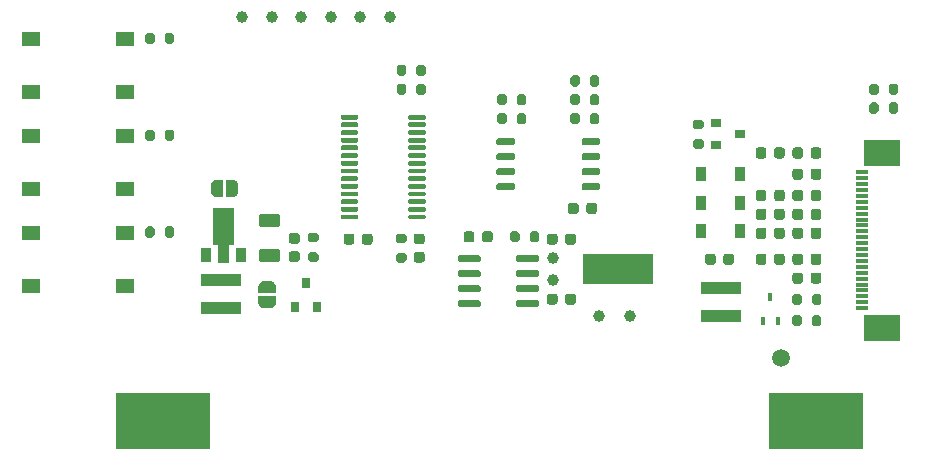
<source format=gbr>
%TF.GenerationSoftware,KiCad,Pcbnew,5.1.9+dfsg1-1~bpo10+1*%
%TF.CreationDate,2021-08-18T21:17:38+08:00*%
%TF.ProjectId,epd-clock,6570642d-636c-46f6-936b-2e6b69636164,rev?*%
%TF.SameCoordinates,Original*%
%TF.FileFunction,Soldermask,Bot*%
%TF.FilePolarity,Negative*%
%FSLAX46Y46*%
G04 Gerber Fmt 4.6, Leading zero omitted, Abs format (unit mm)*
G04 Created by KiCad (PCBNEW 5.1.9+dfsg1-1~bpo10+1) date 2021-08-18 21:17:38*
%MOMM*%
%LPD*%
G01*
G04 APERTURE LIST*
%ADD10C,1.000000*%
%ADD11R,0.450000X0.700000*%
%ADD12R,3.400000X0.980000*%
%ADD13R,1.100000X0.300000*%
%ADD14R,3.100000X2.300000*%
%ADD15C,0.100000*%
%ADD16R,8.000000X4.800000*%
%ADD17C,1.500000*%
%ADD18R,1.550000X1.300000*%
%ADD19R,0.900000X1.200000*%
%ADD20R,0.800000X0.900000*%
%ADD21R,0.900000X0.800000*%
%ADD22R,0.900000X1.300000*%
%ADD23R,6.000000X2.500000*%
G04 APERTURE END LIST*
D10*
%TO.C,TP8*%
X148075000Y-124400000D03*
%TD*%
%TO.C,TP7*%
X145475000Y-124400000D03*
%TD*%
%TO.C,R12*%
G36*
G01*
X129150000Y-104925000D02*
X129150000Y-105475000D01*
G75*
G02*
X128950000Y-105675000I-200000J0D01*
G01*
X128550000Y-105675000D01*
G75*
G02*
X128350000Y-105475000I0J200000D01*
G01*
X128350000Y-104925000D01*
G75*
G02*
X128550000Y-104725000I200000J0D01*
G01*
X128950000Y-104725000D01*
G75*
G02*
X129150000Y-104925000I0J-200000D01*
G01*
G37*
G36*
G01*
X130800000Y-104925000D02*
X130800000Y-105475000D01*
G75*
G02*
X130600000Y-105675000I-200000J0D01*
G01*
X130200000Y-105675000D01*
G75*
G02*
X130000000Y-105475000I0J200000D01*
G01*
X130000000Y-104925000D01*
G75*
G02*
X130200000Y-104725000I200000J0D01*
G01*
X130600000Y-104725000D01*
G75*
G02*
X130800000Y-104925000I0J-200000D01*
G01*
G37*
%TD*%
D11*
%TO.C,Q3*%
X159975000Y-122800000D03*
X159325000Y-124800000D03*
X160625000Y-124800000D03*
%TD*%
%TO.C,R3*%
G36*
G01*
X163500000Y-125075000D02*
X163500000Y-124525000D01*
G75*
G02*
X163700000Y-124325000I200000J0D01*
G01*
X164100000Y-124325000D01*
G75*
G02*
X164300000Y-124525000I0J-200000D01*
G01*
X164300000Y-125075000D01*
G75*
G02*
X164100000Y-125275000I-200000J0D01*
G01*
X163700000Y-125275000D01*
G75*
G02*
X163500000Y-125075000I0J200000D01*
G01*
G37*
G36*
G01*
X161850000Y-125075000D02*
X161850000Y-124525000D01*
G75*
G02*
X162050000Y-124325000I200000J0D01*
G01*
X162450000Y-124325000D01*
G75*
G02*
X162650000Y-124525000I0J-200000D01*
G01*
X162650000Y-125075000D01*
G75*
G02*
X162450000Y-125275000I-200000J0D01*
G01*
X162050000Y-125275000D01*
G75*
G02*
X161850000Y-125075000I0J200000D01*
G01*
G37*
%TD*%
%TO.C,R9*%
G36*
G01*
X138500000Y-106375000D02*
X138500000Y-105825000D01*
G75*
G02*
X138700000Y-105625000I200000J0D01*
G01*
X139100000Y-105625000D01*
G75*
G02*
X139300000Y-105825000I0J-200000D01*
G01*
X139300000Y-106375000D01*
G75*
G02*
X139100000Y-106575000I-200000J0D01*
G01*
X138700000Y-106575000D01*
G75*
G02*
X138500000Y-106375000I0J200000D01*
G01*
G37*
G36*
G01*
X136850000Y-106375000D02*
X136850000Y-105825000D01*
G75*
G02*
X137050000Y-105625000I200000J0D01*
G01*
X137450000Y-105625000D01*
G75*
G02*
X137650000Y-105825000I0J-200000D01*
G01*
X137650000Y-106375000D01*
G75*
G02*
X137450000Y-106575000I-200000J0D01*
G01*
X137050000Y-106575000D01*
G75*
G02*
X136850000Y-106375000I0J200000D01*
G01*
G37*
%TD*%
%TO.C,R8*%
G36*
G01*
X143850000Y-107425000D02*
X143850000Y-107975000D01*
G75*
G02*
X143650000Y-108175000I-200000J0D01*
G01*
X143250000Y-108175000D01*
G75*
G02*
X143050000Y-107975000I0J200000D01*
G01*
X143050000Y-107425000D01*
G75*
G02*
X143250000Y-107225000I200000J0D01*
G01*
X143650000Y-107225000D01*
G75*
G02*
X143850000Y-107425000I0J-200000D01*
G01*
G37*
G36*
G01*
X145500000Y-107425000D02*
X145500000Y-107975000D01*
G75*
G02*
X145300000Y-108175000I-200000J0D01*
G01*
X144900000Y-108175000D01*
G75*
G02*
X144700000Y-107975000I0J200000D01*
G01*
X144700000Y-107425000D01*
G75*
G02*
X144900000Y-107225000I200000J0D01*
G01*
X145300000Y-107225000D01*
G75*
G02*
X145500000Y-107425000I0J-200000D01*
G01*
G37*
%TD*%
%TO.C,R7*%
G36*
G01*
X143850000Y-105825000D02*
X143850000Y-106375000D01*
G75*
G02*
X143650000Y-106575000I-200000J0D01*
G01*
X143250000Y-106575000D01*
G75*
G02*
X143050000Y-106375000I0J200000D01*
G01*
X143050000Y-105825000D01*
G75*
G02*
X143250000Y-105625000I200000J0D01*
G01*
X143650000Y-105625000D01*
G75*
G02*
X143850000Y-105825000I0J-200000D01*
G01*
G37*
G36*
G01*
X145500000Y-105825000D02*
X145500000Y-106375000D01*
G75*
G02*
X145300000Y-106575000I-200000J0D01*
G01*
X144900000Y-106575000D01*
G75*
G02*
X144700000Y-106375000I0J200000D01*
G01*
X144700000Y-105825000D01*
G75*
G02*
X144900000Y-105625000I200000J0D01*
G01*
X145300000Y-105625000D01*
G75*
G02*
X145500000Y-105825000I0J-200000D01*
G01*
G37*
%TD*%
%TO.C,R2*%
G36*
G01*
X153600000Y-109425000D02*
X154150000Y-109425000D01*
G75*
G02*
X154350000Y-109625000I0J-200000D01*
G01*
X154350000Y-110025000D01*
G75*
G02*
X154150000Y-110225000I-200000J0D01*
G01*
X153600000Y-110225000D01*
G75*
G02*
X153400000Y-110025000I0J200000D01*
G01*
X153400000Y-109625000D01*
G75*
G02*
X153600000Y-109425000I200000J0D01*
G01*
G37*
G36*
G01*
X153600000Y-107775000D02*
X154150000Y-107775000D01*
G75*
G02*
X154350000Y-107975000I0J-200000D01*
G01*
X154350000Y-108375000D01*
G75*
G02*
X154150000Y-108575000I-200000J0D01*
G01*
X153600000Y-108575000D01*
G75*
G02*
X153400000Y-108375000I0J200000D01*
G01*
X153400000Y-107975000D01*
G75*
G02*
X153600000Y-107775000I200000J0D01*
G01*
G37*
%TD*%
%TO.C,C10*%
G36*
G01*
X156000000Y-119850000D02*
X156000000Y-119350000D01*
G75*
G02*
X156225000Y-119125000I225000J0D01*
G01*
X156675000Y-119125000D01*
G75*
G02*
X156900000Y-119350000I0J-225000D01*
G01*
X156900000Y-119850000D01*
G75*
G02*
X156675000Y-120075000I-225000J0D01*
G01*
X156225000Y-120075000D01*
G75*
G02*
X156000000Y-119850000I0J225000D01*
G01*
G37*
G36*
G01*
X154450000Y-119850000D02*
X154450000Y-119350000D01*
G75*
G02*
X154675000Y-119125000I225000J0D01*
G01*
X155125000Y-119125000D01*
G75*
G02*
X155350000Y-119350000I0J-225000D01*
G01*
X155350000Y-119850000D01*
G75*
G02*
X155125000Y-120075000I-225000J0D01*
G01*
X154675000Y-120075000D01*
G75*
G02*
X154450000Y-119850000I0J225000D01*
G01*
G37*
%TD*%
D12*
%TO.C,L2*%
X155775000Y-124385000D03*
X155775000Y-122015000D03*
%TD*%
D13*
%TO.C,J1*%
X167725000Y-112238000D03*
X167725000Y-112738000D03*
X167725000Y-113238000D03*
X167725000Y-113738000D03*
X167725000Y-114238000D03*
X167725000Y-114738000D03*
X167725000Y-115238000D03*
X167725000Y-115738000D03*
X167725000Y-116238000D03*
X167725000Y-116738000D03*
X167725000Y-117238000D03*
X167725000Y-117738000D03*
X167725000Y-118238000D03*
X167725000Y-118738000D03*
X167725000Y-119238000D03*
X167725000Y-119738000D03*
X167725000Y-120238000D03*
X167725000Y-120738000D03*
X167725000Y-121238000D03*
X167725000Y-121738000D03*
X167725000Y-122238000D03*
X167725000Y-122738000D03*
X167725000Y-123238000D03*
X167725000Y-123738000D03*
D14*
X169425000Y-110568000D03*
X169425000Y-125408000D03*
%TD*%
%TO.C,R4*%
G36*
G01*
X163500000Y-123275000D02*
X163500000Y-122725000D01*
G75*
G02*
X163700000Y-122525000I200000J0D01*
G01*
X164100000Y-122525000D01*
G75*
G02*
X164300000Y-122725000I0J-200000D01*
G01*
X164300000Y-123275000D01*
G75*
G02*
X164100000Y-123475000I-200000J0D01*
G01*
X163700000Y-123475000D01*
G75*
G02*
X163500000Y-123275000I0J200000D01*
G01*
G37*
G36*
G01*
X161850000Y-123275000D02*
X161850000Y-122725000D01*
G75*
G02*
X162050000Y-122525000I200000J0D01*
G01*
X162450000Y-122525000D01*
G75*
G02*
X162650000Y-122725000I0J-200000D01*
G01*
X162650000Y-123275000D01*
G75*
G02*
X162450000Y-123475000I-200000J0D01*
G01*
X162050000Y-123475000D01*
G75*
G02*
X161850000Y-123275000I0J200000D01*
G01*
G37*
%TD*%
%TO.C,R18*%
G36*
G01*
X138750000Y-117425000D02*
X138750000Y-117975000D01*
G75*
G02*
X138550000Y-118175000I-200000J0D01*
G01*
X138150000Y-118175000D01*
G75*
G02*
X137950000Y-117975000I0J200000D01*
G01*
X137950000Y-117425000D01*
G75*
G02*
X138150000Y-117225000I200000J0D01*
G01*
X138550000Y-117225000D01*
G75*
G02*
X138750000Y-117425000I0J-200000D01*
G01*
G37*
G36*
G01*
X140400000Y-117425000D02*
X140400000Y-117975000D01*
G75*
G02*
X140200000Y-118175000I-200000J0D01*
G01*
X139800000Y-118175000D01*
G75*
G02*
X139600000Y-117975000I0J200000D01*
G01*
X139600000Y-117425000D01*
G75*
G02*
X139800000Y-117225000I200000J0D01*
G01*
X140200000Y-117225000D01*
G75*
G02*
X140400000Y-117425000I0J-200000D01*
G01*
G37*
%TD*%
%TO.C,R11*%
G36*
G01*
X129150000Y-103325000D02*
X129150000Y-103875000D01*
G75*
G02*
X128950000Y-104075000I-200000J0D01*
G01*
X128550000Y-104075000D01*
G75*
G02*
X128350000Y-103875000I0J200000D01*
G01*
X128350000Y-103325000D01*
G75*
G02*
X128550000Y-103125000I200000J0D01*
G01*
X128950000Y-103125000D01*
G75*
G02*
X129150000Y-103325000I0J-200000D01*
G01*
G37*
G36*
G01*
X130800000Y-103325000D02*
X130800000Y-103875000D01*
G75*
G02*
X130600000Y-104075000I-200000J0D01*
G01*
X130200000Y-104075000D01*
G75*
G02*
X130000000Y-103875000I0J200000D01*
G01*
X130000000Y-103325000D01*
G75*
G02*
X130200000Y-103125000I200000J0D01*
G01*
X130600000Y-103125000D01*
G75*
G02*
X130800000Y-103325000I0J-200000D01*
G01*
G37*
%TD*%
D15*
%TO.C,JP2*%
G36*
X114425000Y-112850602D02*
G01*
X114449534Y-112850602D01*
X114498365Y-112855412D01*
X114546490Y-112864984D01*
X114593445Y-112879228D01*
X114638778Y-112898005D01*
X114682051Y-112921136D01*
X114722850Y-112948396D01*
X114760779Y-112979524D01*
X114795476Y-113014221D01*
X114826604Y-113052150D01*
X114853864Y-113092949D01*
X114876995Y-113136222D01*
X114895772Y-113181555D01*
X114910016Y-113228510D01*
X114919588Y-113276635D01*
X114924398Y-113325466D01*
X114924398Y-113350000D01*
X114925000Y-113350000D01*
X114925000Y-113850000D01*
X114924398Y-113850000D01*
X114924398Y-113874534D01*
X114919588Y-113923365D01*
X114910016Y-113971490D01*
X114895772Y-114018445D01*
X114876995Y-114063778D01*
X114853864Y-114107051D01*
X114826604Y-114147850D01*
X114795476Y-114185779D01*
X114760779Y-114220476D01*
X114722850Y-114251604D01*
X114682051Y-114278864D01*
X114638778Y-114301995D01*
X114593445Y-114320772D01*
X114546490Y-114335016D01*
X114498365Y-114344588D01*
X114449534Y-114349398D01*
X114425000Y-114349398D01*
X114425000Y-114350000D01*
X113925000Y-114350000D01*
X113925000Y-112850000D01*
X114425000Y-112850000D01*
X114425000Y-112850602D01*
G37*
G36*
X113625000Y-114350000D02*
G01*
X113125000Y-114350000D01*
X113125000Y-114349398D01*
X113100466Y-114349398D01*
X113051635Y-114344588D01*
X113003510Y-114335016D01*
X112956555Y-114320772D01*
X112911222Y-114301995D01*
X112867949Y-114278864D01*
X112827150Y-114251604D01*
X112789221Y-114220476D01*
X112754524Y-114185779D01*
X112723396Y-114147850D01*
X112696136Y-114107051D01*
X112673005Y-114063778D01*
X112654228Y-114018445D01*
X112639984Y-113971490D01*
X112630412Y-113923365D01*
X112625602Y-113874534D01*
X112625602Y-113850000D01*
X112625000Y-113850000D01*
X112625000Y-113350000D01*
X112625602Y-113350000D01*
X112625602Y-113325466D01*
X112630412Y-113276635D01*
X112639984Y-113228510D01*
X112654228Y-113181555D01*
X112673005Y-113136222D01*
X112696136Y-113092949D01*
X112723396Y-113052150D01*
X112754524Y-113014221D01*
X112789221Y-112979524D01*
X112827150Y-112948396D01*
X112867949Y-112921136D01*
X112911222Y-112898005D01*
X112956555Y-112879228D01*
X113003510Y-112864984D01*
X113051635Y-112855412D01*
X113100466Y-112850602D01*
X113125000Y-112850602D01*
X113125000Y-112850000D01*
X113625000Y-112850000D01*
X113625000Y-114350000D01*
G37*
%TD*%
%TO.C,C2*%
G36*
G01*
X118225001Y-116900000D02*
X116924999Y-116900000D01*
G75*
G02*
X116675000Y-116650001I0J249999D01*
G01*
X116675000Y-115999999D01*
G75*
G02*
X116924999Y-115750000I249999J0D01*
G01*
X118225001Y-115750000D01*
G75*
G02*
X118475000Y-115999999I0J-249999D01*
G01*
X118475000Y-116650001D01*
G75*
G02*
X118225001Y-116900000I-249999J0D01*
G01*
G37*
G36*
G01*
X118225001Y-119850000D02*
X116924999Y-119850000D01*
G75*
G02*
X116675000Y-119600001I0J249999D01*
G01*
X116675000Y-118949999D01*
G75*
G02*
X116924999Y-118700000I249999J0D01*
G01*
X118225001Y-118700000D01*
G75*
G02*
X118475000Y-118949999I0J-249999D01*
G01*
X118475000Y-119600001D01*
G75*
G02*
X118225001Y-119850000I-249999J0D01*
G01*
G37*
%TD*%
D16*
%TO.C,BT1*%
X108551000Y-133268000D03*
X163851000Y-133268000D03*
D17*
X160901000Y-127918000D03*
%TD*%
D15*
%TO.C,JP1*%
G36*
X116625602Y-121950000D02*
G01*
X116625602Y-121925466D01*
X116630412Y-121876635D01*
X116639984Y-121828510D01*
X116654228Y-121781555D01*
X116673005Y-121736222D01*
X116696136Y-121692949D01*
X116723396Y-121652150D01*
X116754524Y-121614221D01*
X116789221Y-121579524D01*
X116827150Y-121548396D01*
X116867949Y-121521136D01*
X116911222Y-121498005D01*
X116956555Y-121479228D01*
X117003510Y-121464984D01*
X117051635Y-121455412D01*
X117100466Y-121450602D01*
X117125000Y-121450602D01*
X117125000Y-121450000D01*
X117625000Y-121450000D01*
X117625000Y-121450602D01*
X117649534Y-121450602D01*
X117698365Y-121455412D01*
X117746490Y-121464984D01*
X117793445Y-121479228D01*
X117838778Y-121498005D01*
X117882051Y-121521136D01*
X117922850Y-121548396D01*
X117960779Y-121579524D01*
X117995476Y-121614221D01*
X118026604Y-121652150D01*
X118053864Y-121692949D01*
X118076995Y-121736222D01*
X118095772Y-121781555D01*
X118110016Y-121828510D01*
X118119588Y-121876635D01*
X118124398Y-121925466D01*
X118124398Y-121950000D01*
X118125000Y-121950000D01*
X118125000Y-122450000D01*
X116625000Y-122450000D01*
X116625000Y-121950000D01*
X116625602Y-121950000D01*
G37*
G36*
X118125000Y-122750000D02*
G01*
X118125000Y-123250000D01*
X118124398Y-123250000D01*
X118124398Y-123274534D01*
X118119588Y-123323365D01*
X118110016Y-123371490D01*
X118095772Y-123418445D01*
X118076995Y-123463778D01*
X118053864Y-123507051D01*
X118026604Y-123547850D01*
X117995476Y-123585779D01*
X117960779Y-123620476D01*
X117922850Y-123651604D01*
X117882051Y-123678864D01*
X117838778Y-123701995D01*
X117793445Y-123720772D01*
X117746490Y-123735016D01*
X117698365Y-123744588D01*
X117649534Y-123749398D01*
X117625000Y-123749398D01*
X117625000Y-123750000D01*
X117125000Y-123750000D01*
X117125000Y-123749398D01*
X117100466Y-123749398D01*
X117051635Y-123744588D01*
X117003510Y-123735016D01*
X116956555Y-123720772D01*
X116911222Y-123701995D01*
X116867949Y-123678864D01*
X116827150Y-123651604D01*
X116789221Y-123620476D01*
X116754524Y-123585779D01*
X116723396Y-123547850D01*
X116696136Y-123507051D01*
X116673005Y-123463778D01*
X116654228Y-123418445D01*
X116639984Y-123371490D01*
X116630412Y-123323365D01*
X116625602Y-123274534D01*
X116625602Y-123250000D01*
X116625000Y-123250000D01*
X116625000Y-122750000D01*
X118125000Y-122750000D01*
G37*
%TD*%
D10*
%TO.C,TP6*%
X120275000Y-99100000D03*
%TD*%
%TO.C,TP5*%
X122775000Y-99100000D03*
%TD*%
%TO.C,TP4*%
X125275000Y-99100000D03*
%TD*%
%TO.C,TP3*%
X127775000Y-99100000D03*
%TD*%
%TO.C,TP2*%
X117775000Y-99100000D03*
%TD*%
%TO.C,TP1*%
X115275000Y-99100000D03*
%TD*%
%TO.C,R14*%
G36*
G01*
X144700000Y-104775000D02*
X144700000Y-104225000D01*
G75*
G02*
X144900000Y-104025000I200000J0D01*
G01*
X145300000Y-104025000D01*
G75*
G02*
X145500000Y-104225000I0J-200000D01*
G01*
X145500000Y-104775000D01*
G75*
G02*
X145300000Y-104975000I-200000J0D01*
G01*
X144900000Y-104975000D01*
G75*
G02*
X144700000Y-104775000I0J200000D01*
G01*
G37*
G36*
G01*
X143050000Y-104775000D02*
X143050000Y-104225000D01*
G75*
G02*
X143250000Y-104025000I200000J0D01*
G01*
X143650000Y-104025000D01*
G75*
G02*
X143850000Y-104225000I0J-200000D01*
G01*
X143850000Y-104775000D01*
G75*
G02*
X143650000Y-104975000I-200000J0D01*
G01*
X143250000Y-104975000D01*
G75*
G02*
X143050000Y-104775000I0J200000D01*
G01*
G37*
%TD*%
%TO.C,R13*%
G36*
G01*
X137650000Y-107425000D02*
X137650000Y-107975000D01*
G75*
G02*
X137450000Y-108175000I-200000J0D01*
G01*
X137050000Y-108175000D01*
G75*
G02*
X136850000Y-107975000I0J200000D01*
G01*
X136850000Y-107425000D01*
G75*
G02*
X137050000Y-107225000I200000J0D01*
G01*
X137450000Y-107225000D01*
G75*
G02*
X137650000Y-107425000I0J-200000D01*
G01*
G37*
G36*
G01*
X139300000Y-107425000D02*
X139300000Y-107975000D01*
G75*
G02*
X139100000Y-108175000I-200000J0D01*
G01*
X138700000Y-108175000D01*
G75*
G02*
X138500000Y-107975000I0J200000D01*
G01*
X138500000Y-107425000D01*
G75*
G02*
X138700000Y-107225000I200000J0D01*
G01*
X139100000Y-107225000D01*
G75*
G02*
X139300000Y-107425000I0J-200000D01*
G01*
G37*
%TD*%
%TO.C,R15*%
G36*
G01*
X108700000Y-117575000D02*
X108700000Y-117025000D01*
G75*
G02*
X108900000Y-116825000I200000J0D01*
G01*
X109300000Y-116825000D01*
G75*
G02*
X109500000Y-117025000I0J-200000D01*
G01*
X109500000Y-117575000D01*
G75*
G02*
X109300000Y-117775000I-200000J0D01*
G01*
X108900000Y-117775000D01*
G75*
G02*
X108700000Y-117575000I0J200000D01*
G01*
G37*
G36*
G01*
X107050000Y-117575000D02*
X107050000Y-117025000D01*
G75*
G02*
X107250000Y-116825000I200000J0D01*
G01*
X107650000Y-116825000D01*
G75*
G02*
X107850000Y-117025000I0J-200000D01*
G01*
X107850000Y-117575000D01*
G75*
G02*
X107650000Y-117775000I-200000J0D01*
G01*
X107250000Y-117775000D01*
G75*
G02*
X107050000Y-117575000I0J200000D01*
G01*
G37*
%TD*%
D18*
%TO.C,SW1*%
X97400000Y-121850000D03*
X97400000Y-117350000D03*
X105350000Y-117350000D03*
X105350000Y-121850000D03*
%TD*%
%TO.C,SW3*%
X97400000Y-105450000D03*
X97400000Y-100950000D03*
X105350000Y-100950000D03*
X105350000Y-105450000D03*
%TD*%
%TO.C,SW2*%
X97400000Y-113650000D03*
X97400000Y-109150000D03*
X105350000Y-109150000D03*
X105350000Y-113650000D03*
%TD*%
%TO.C,C17*%
G36*
G01*
X123850000Y-118150000D02*
X123850000Y-117650000D01*
G75*
G02*
X124075000Y-117425000I225000J0D01*
G01*
X124525000Y-117425000D01*
G75*
G02*
X124750000Y-117650000I0J-225000D01*
G01*
X124750000Y-118150000D01*
G75*
G02*
X124525000Y-118375000I-225000J0D01*
G01*
X124075000Y-118375000D01*
G75*
G02*
X123850000Y-118150000I0J225000D01*
G01*
G37*
G36*
G01*
X125400000Y-118150000D02*
X125400000Y-117650000D01*
G75*
G02*
X125625000Y-117425000I225000J0D01*
G01*
X126075000Y-117425000D01*
G75*
G02*
X126300000Y-117650000I0J-225000D01*
G01*
X126300000Y-118150000D01*
G75*
G02*
X126075000Y-118375000I-225000J0D01*
G01*
X125625000Y-118375000D01*
G75*
G02*
X125400000Y-118150000I0J225000D01*
G01*
G37*
%TD*%
%TO.C,C1*%
G36*
G01*
X119925000Y-119825000D02*
X119425000Y-119825000D01*
G75*
G02*
X119200000Y-119600000I0J225000D01*
G01*
X119200000Y-119150000D01*
G75*
G02*
X119425000Y-118925000I225000J0D01*
G01*
X119925000Y-118925000D01*
G75*
G02*
X120150000Y-119150000I0J-225000D01*
G01*
X120150000Y-119600000D01*
G75*
G02*
X119925000Y-119825000I-225000J0D01*
G01*
G37*
G36*
G01*
X119925000Y-118275000D02*
X119425000Y-118275000D01*
G75*
G02*
X119200000Y-118050000I0J225000D01*
G01*
X119200000Y-117600000D01*
G75*
G02*
X119425000Y-117375000I225000J0D01*
G01*
X119925000Y-117375000D01*
G75*
G02*
X120150000Y-117600000I0J-225000D01*
G01*
X120150000Y-118050000D01*
G75*
G02*
X119925000Y-118275000I-225000J0D01*
G01*
G37*
%TD*%
%TO.C,C4*%
G36*
G01*
X162750000Y-119350000D02*
X162750000Y-119850000D01*
G75*
G02*
X162525000Y-120075000I-225000J0D01*
G01*
X162075000Y-120075000D01*
G75*
G02*
X161850000Y-119850000I0J225000D01*
G01*
X161850000Y-119350000D01*
G75*
G02*
X162075000Y-119125000I225000J0D01*
G01*
X162525000Y-119125000D01*
G75*
G02*
X162750000Y-119350000I0J-225000D01*
G01*
G37*
G36*
G01*
X164300000Y-119350000D02*
X164300000Y-119850000D01*
G75*
G02*
X164075000Y-120075000I-225000J0D01*
G01*
X163625000Y-120075000D01*
G75*
G02*
X163400000Y-119850000I0J225000D01*
G01*
X163400000Y-119350000D01*
G75*
G02*
X163625000Y-119125000I225000J0D01*
G01*
X164075000Y-119125000D01*
G75*
G02*
X164300000Y-119350000I0J-225000D01*
G01*
G37*
%TD*%
%TO.C,C5*%
G36*
G01*
X162750000Y-120950000D02*
X162750000Y-121450000D01*
G75*
G02*
X162525000Y-121675000I-225000J0D01*
G01*
X162075000Y-121675000D01*
G75*
G02*
X161850000Y-121450000I0J225000D01*
G01*
X161850000Y-120950000D01*
G75*
G02*
X162075000Y-120725000I225000J0D01*
G01*
X162525000Y-120725000D01*
G75*
G02*
X162750000Y-120950000I0J-225000D01*
G01*
G37*
G36*
G01*
X164300000Y-120950000D02*
X164300000Y-121450000D01*
G75*
G02*
X164075000Y-121675000I-225000J0D01*
G01*
X163625000Y-121675000D01*
G75*
G02*
X163400000Y-121450000I0J225000D01*
G01*
X163400000Y-120950000D01*
G75*
G02*
X163625000Y-120725000I225000J0D01*
G01*
X164075000Y-120725000D01*
G75*
G02*
X164300000Y-120950000I0J-225000D01*
G01*
G37*
%TD*%
%TO.C,C12*%
G36*
G01*
X160300000Y-110850000D02*
X160300000Y-110350000D01*
G75*
G02*
X160525000Y-110125000I225000J0D01*
G01*
X160975000Y-110125000D01*
G75*
G02*
X161200000Y-110350000I0J-225000D01*
G01*
X161200000Y-110850000D01*
G75*
G02*
X160975000Y-111075000I-225000J0D01*
G01*
X160525000Y-111075000D01*
G75*
G02*
X160300000Y-110850000I0J225000D01*
G01*
G37*
G36*
G01*
X158750000Y-110850000D02*
X158750000Y-110350000D01*
G75*
G02*
X158975000Y-110125000I225000J0D01*
G01*
X159425000Y-110125000D01*
G75*
G02*
X159650000Y-110350000I0J-225000D01*
G01*
X159650000Y-110850000D01*
G75*
G02*
X159425000Y-111075000I-225000J0D01*
G01*
X158975000Y-111075000D01*
G75*
G02*
X158750000Y-110850000I0J225000D01*
G01*
G37*
%TD*%
%TO.C,C3*%
G36*
G01*
X161200000Y-115550000D02*
X161200000Y-116050000D01*
G75*
G02*
X160975000Y-116275000I-225000J0D01*
G01*
X160525000Y-116275000D01*
G75*
G02*
X160300000Y-116050000I0J225000D01*
G01*
X160300000Y-115550000D01*
G75*
G02*
X160525000Y-115325000I225000J0D01*
G01*
X160975000Y-115325000D01*
G75*
G02*
X161200000Y-115550000I0J-225000D01*
G01*
G37*
G36*
G01*
X159650000Y-115550000D02*
X159650000Y-116050000D01*
G75*
G02*
X159425000Y-116275000I-225000J0D01*
G01*
X158975000Y-116275000D01*
G75*
G02*
X158750000Y-116050000I0J225000D01*
G01*
X158750000Y-115550000D01*
G75*
G02*
X158975000Y-115325000I225000J0D01*
G01*
X159425000Y-115325000D01*
G75*
G02*
X159650000Y-115550000I0J-225000D01*
G01*
G37*
%TD*%
%TO.C,C9*%
G36*
G01*
X160300000Y-114450000D02*
X160300000Y-113950000D01*
G75*
G02*
X160525000Y-113725000I225000J0D01*
G01*
X160975000Y-113725000D01*
G75*
G02*
X161200000Y-113950000I0J-225000D01*
G01*
X161200000Y-114450000D01*
G75*
G02*
X160975000Y-114675000I-225000J0D01*
G01*
X160525000Y-114675000D01*
G75*
G02*
X160300000Y-114450000I0J225000D01*
G01*
G37*
G36*
G01*
X158750000Y-114450000D02*
X158750000Y-113950000D01*
G75*
G02*
X158975000Y-113725000I225000J0D01*
G01*
X159425000Y-113725000D01*
G75*
G02*
X159650000Y-113950000I0J-225000D01*
G01*
X159650000Y-114450000D01*
G75*
G02*
X159425000Y-114675000I-225000J0D01*
G01*
X158975000Y-114675000D01*
G75*
G02*
X158750000Y-114450000I0J225000D01*
G01*
G37*
%TD*%
%TO.C,C6*%
G36*
G01*
X161200000Y-119350000D02*
X161200000Y-119850000D01*
G75*
G02*
X160975000Y-120075000I-225000J0D01*
G01*
X160525000Y-120075000D01*
G75*
G02*
X160300000Y-119850000I0J225000D01*
G01*
X160300000Y-119350000D01*
G75*
G02*
X160525000Y-119125000I225000J0D01*
G01*
X160975000Y-119125000D01*
G75*
G02*
X161200000Y-119350000I0J-225000D01*
G01*
G37*
G36*
G01*
X159650000Y-119350000D02*
X159650000Y-119850000D01*
G75*
G02*
X159425000Y-120075000I-225000J0D01*
G01*
X158975000Y-120075000D01*
G75*
G02*
X158750000Y-119850000I0J225000D01*
G01*
X158750000Y-119350000D01*
G75*
G02*
X158975000Y-119125000I225000J0D01*
G01*
X159425000Y-119125000D01*
G75*
G02*
X159650000Y-119350000I0J-225000D01*
G01*
G37*
%TD*%
%TO.C,C7*%
G36*
G01*
X161200000Y-117150000D02*
X161200000Y-117650000D01*
G75*
G02*
X160975000Y-117875000I-225000J0D01*
G01*
X160525000Y-117875000D01*
G75*
G02*
X160300000Y-117650000I0J225000D01*
G01*
X160300000Y-117150000D01*
G75*
G02*
X160525000Y-116925000I225000J0D01*
G01*
X160975000Y-116925000D01*
G75*
G02*
X161200000Y-117150000I0J-225000D01*
G01*
G37*
G36*
G01*
X159650000Y-117150000D02*
X159650000Y-117650000D01*
G75*
G02*
X159425000Y-117875000I-225000J0D01*
G01*
X158975000Y-117875000D01*
G75*
G02*
X158750000Y-117650000I0J225000D01*
G01*
X158750000Y-117150000D01*
G75*
G02*
X158975000Y-116925000I225000J0D01*
G01*
X159425000Y-116925000D01*
G75*
G02*
X159650000Y-117150000I0J-225000D01*
G01*
G37*
%TD*%
%TO.C,C8*%
G36*
G01*
X164300000Y-117150000D02*
X164300000Y-117650000D01*
G75*
G02*
X164075000Y-117875000I-225000J0D01*
G01*
X163625000Y-117875000D01*
G75*
G02*
X163400000Y-117650000I0J225000D01*
G01*
X163400000Y-117150000D01*
G75*
G02*
X163625000Y-116925000I225000J0D01*
G01*
X164075000Y-116925000D01*
G75*
G02*
X164300000Y-117150000I0J-225000D01*
G01*
G37*
G36*
G01*
X162750000Y-117150000D02*
X162750000Y-117650000D01*
G75*
G02*
X162525000Y-117875000I-225000J0D01*
G01*
X162075000Y-117875000D01*
G75*
G02*
X161850000Y-117650000I0J225000D01*
G01*
X161850000Y-117150000D01*
G75*
G02*
X162075000Y-116925000I225000J0D01*
G01*
X162525000Y-116925000D01*
G75*
G02*
X162750000Y-117150000I0J-225000D01*
G01*
G37*
%TD*%
%TO.C,C11*%
G36*
G01*
X162750000Y-115550000D02*
X162750000Y-116050000D01*
G75*
G02*
X162525000Y-116275000I-225000J0D01*
G01*
X162075000Y-116275000D01*
G75*
G02*
X161850000Y-116050000I0J225000D01*
G01*
X161850000Y-115550000D01*
G75*
G02*
X162075000Y-115325000I225000J0D01*
G01*
X162525000Y-115325000D01*
G75*
G02*
X162750000Y-115550000I0J-225000D01*
G01*
G37*
G36*
G01*
X164300000Y-115550000D02*
X164300000Y-116050000D01*
G75*
G02*
X164075000Y-116275000I-225000J0D01*
G01*
X163625000Y-116275000D01*
G75*
G02*
X163400000Y-116050000I0J225000D01*
G01*
X163400000Y-115550000D01*
G75*
G02*
X163625000Y-115325000I225000J0D01*
G01*
X164075000Y-115325000D01*
G75*
G02*
X164300000Y-115550000I0J-225000D01*
G01*
G37*
%TD*%
%TO.C,C13*%
G36*
G01*
X162750000Y-113950000D02*
X162750000Y-114450000D01*
G75*
G02*
X162525000Y-114675000I-225000J0D01*
G01*
X162075000Y-114675000D01*
G75*
G02*
X161850000Y-114450000I0J225000D01*
G01*
X161850000Y-113950000D01*
G75*
G02*
X162075000Y-113725000I225000J0D01*
G01*
X162525000Y-113725000D01*
G75*
G02*
X162750000Y-113950000I0J-225000D01*
G01*
G37*
G36*
G01*
X164300000Y-113950000D02*
X164300000Y-114450000D01*
G75*
G02*
X164075000Y-114675000I-225000J0D01*
G01*
X163625000Y-114675000D01*
G75*
G02*
X163400000Y-114450000I0J225000D01*
G01*
X163400000Y-113950000D01*
G75*
G02*
X163625000Y-113725000I225000J0D01*
G01*
X164075000Y-113725000D01*
G75*
G02*
X164300000Y-113950000I0J-225000D01*
G01*
G37*
%TD*%
%TO.C,C14*%
G36*
G01*
X164300000Y-112150000D02*
X164300000Y-112650000D01*
G75*
G02*
X164075000Y-112875000I-225000J0D01*
G01*
X163625000Y-112875000D01*
G75*
G02*
X163400000Y-112650000I0J225000D01*
G01*
X163400000Y-112150000D01*
G75*
G02*
X163625000Y-111925000I225000J0D01*
G01*
X164075000Y-111925000D01*
G75*
G02*
X164300000Y-112150000I0J-225000D01*
G01*
G37*
G36*
G01*
X162750000Y-112150000D02*
X162750000Y-112650000D01*
G75*
G02*
X162525000Y-112875000I-225000J0D01*
G01*
X162075000Y-112875000D01*
G75*
G02*
X161850000Y-112650000I0J225000D01*
G01*
X161850000Y-112150000D01*
G75*
G02*
X162075000Y-111925000I225000J0D01*
G01*
X162525000Y-111925000D01*
G75*
G02*
X162750000Y-112150000I0J-225000D01*
G01*
G37*
%TD*%
%TO.C,C15*%
G36*
G01*
X164300000Y-110350000D02*
X164300000Y-110850000D01*
G75*
G02*
X164075000Y-111075000I-225000J0D01*
G01*
X163625000Y-111075000D01*
G75*
G02*
X163400000Y-110850000I0J225000D01*
G01*
X163400000Y-110350000D01*
G75*
G02*
X163625000Y-110125000I225000J0D01*
G01*
X164075000Y-110125000D01*
G75*
G02*
X164300000Y-110350000I0J-225000D01*
G01*
G37*
G36*
G01*
X162750000Y-110350000D02*
X162750000Y-110850000D01*
G75*
G02*
X162525000Y-111075000I-225000J0D01*
G01*
X162075000Y-111075000D01*
G75*
G02*
X161850000Y-110850000I0J225000D01*
G01*
X161850000Y-110350000D01*
G75*
G02*
X162075000Y-110125000I225000J0D01*
G01*
X162525000Y-110125000D01*
G75*
G02*
X162750000Y-110350000I0J-225000D01*
G01*
G37*
%TD*%
%TO.C,C16*%
G36*
G01*
X130001000Y-117425000D02*
X130501000Y-117425000D01*
G75*
G02*
X130726000Y-117650000I0J-225000D01*
G01*
X130726000Y-118100000D01*
G75*
G02*
X130501000Y-118325000I-225000J0D01*
G01*
X130001000Y-118325000D01*
G75*
G02*
X129776000Y-118100000I0J225000D01*
G01*
X129776000Y-117650000D01*
G75*
G02*
X130001000Y-117425000I225000J0D01*
G01*
G37*
G36*
G01*
X130001000Y-118975000D02*
X130501000Y-118975000D01*
G75*
G02*
X130726000Y-119200000I0J-225000D01*
G01*
X130726000Y-119650000D01*
G75*
G02*
X130501000Y-119875000I-225000J0D01*
G01*
X130001000Y-119875000D01*
G75*
G02*
X129776000Y-119650000I0J225000D01*
G01*
X129776000Y-119200000D01*
G75*
G02*
X130001000Y-118975000I225000J0D01*
G01*
G37*
%TD*%
%TO.C,C18*%
G36*
G01*
X143750000Y-115050000D02*
X143750000Y-115550000D01*
G75*
G02*
X143525000Y-115775000I-225000J0D01*
G01*
X143075000Y-115775000D01*
G75*
G02*
X142850000Y-115550000I0J225000D01*
G01*
X142850000Y-115050000D01*
G75*
G02*
X143075000Y-114825000I225000J0D01*
G01*
X143525000Y-114825000D01*
G75*
G02*
X143750000Y-115050000I0J-225000D01*
G01*
G37*
G36*
G01*
X145300000Y-115050000D02*
X145300000Y-115550000D01*
G75*
G02*
X145075000Y-115775000I-225000J0D01*
G01*
X144625000Y-115775000D01*
G75*
G02*
X144400000Y-115550000I0J225000D01*
G01*
X144400000Y-115050000D01*
G75*
G02*
X144625000Y-114825000I225000J0D01*
G01*
X145075000Y-114825000D01*
G75*
G02*
X145300000Y-115050000I0J-225000D01*
G01*
G37*
%TD*%
%TO.C,C19*%
G36*
G01*
X141062000Y-118144000D02*
X141062000Y-117644000D01*
G75*
G02*
X141287000Y-117419000I225000J0D01*
G01*
X141737000Y-117419000D01*
G75*
G02*
X141962000Y-117644000I0J-225000D01*
G01*
X141962000Y-118144000D01*
G75*
G02*
X141737000Y-118369000I-225000J0D01*
G01*
X141287000Y-118369000D01*
G75*
G02*
X141062000Y-118144000I0J225000D01*
G01*
G37*
G36*
G01*
X142612000Y-118144000D02*
X142612000Y-117644000D01*
G75*
G02*
X142837000Y-117419000I225000J0D01*
G01*
X143287000Y-117419000D01*
G75*
G02*
X143512000Y-117644000I0J-225000D01*
G01*
X143512000Y-118144000D01*
G75*
G02*
X143287000Y-118369000I-225000J0D01*
G01*
X142837000Y-118369000D01*
G75*
G02*
X142612000Y-118144000I0J225000D01*
G01*
G37*
%TD*%
%TO.C,C20*%
G36*
G01*
X141062000Y-123224000D02*
X141062000Y-122724000D01*
G75*
G02*
X141287000Y-122499000I225000J0D01*
G01*
X141737000Y-122499000D01*
G75*
G02*
X141962000Y-122724000I0J-225000D01*
G01*
X141962000Y-123224000D01*
G75*
G02*
X141737000Y-123449000I-225000J0D01*
G01*
X141287000Y-123449000D01*
G75*
G02*
X141062000Y-123224000I0J225000D01*
G01*
G37*
G36*
G01*
X142612000Y-123224000D02*
X142612000Y-122724000D01*
G75*
G02*
X142837000Y-122499000I225000J0D01*
G01*
X143287000Y-122499000D01*
G75*
G02*
X143512000Y-122724000I0J-225000D01*
G01*
X143512000Y-123224000D01*
G75*
G02*
X143287000Y-123449000I-225000J0D01*
G01*
X142837000Y-123449000D01*
G75*
G02*
X142612000Y-123224000I0J225000D01*
G01*
G37*
%TD*%
%TO.C,C21*%
G36*
G01*
X134925000Y-117450000D02*
X134925000Y-117950000D01*
G75*
G02*
X134700000Y-118175000I-225000J0D01*
G01*
X134250000Y-118175000D01*
G75*
G02*
X134025000Y-117950000I0J225000D01*
G01*
X134025000Y-117450000D01*
G75*
G02*
X134250000Y-117225000I225000J0D01*
G01*
X134700000Y-117225000D01*
G75*
G02*
X134925000Y-117450000I0J-225000D01*
G01*
G37*
G36*
G01*
X136475000Y-117450000D02*
X136475000Y-117950000D01*
G75*
G02*
X136250000Y-118175000I-225000J0D01*
G01*
X135800000Y-118175000D01*
G75*
G02*
X135575000Y-117950000I0J225000D01*
G01*
X135575000Y-117450000D01*
G75*
G02*
X135800000Y-117225000I225000J0D01*
G01*
X136250000Y-117225000D01*
G75*
G02*
X136475000Y-117450000I0J-225000D01*
G01*
G37*
%TD*%
D19*
%TO.C,D1*%
X154125000Y-117200000D03*
X157425000Y-117200000D03*
%TD*%
%TO.C,D2*%
X157425000Y-112400000D03*
X154125000Y-112400000D03*
%TD*%
%TO.C,D3*%
X154125000Y-114800000D03*
X157425000Y-114800000D03*
%TD*%
D12*
%TO.C,L1*%
X113475000Y-123685000D03*
X113475000Y-121315000D03*
%TD*%
D20*
%TO.C,Q1*%
X121625000Y-123600000D03*
X119725000Y-123600000D03*
X120675000Y-121600000D03*
%TD*%
D21*
%TO.C,Q2*%
X155375000Y-109950000D03*
X155375000Y-108050000D03*
X157375000Y-109000000D03*
%TD*%
%TO.C,R1*%
G36*
G01*
X121000000Y-119025000D02*
X121550000Y-119025000D01*
G75*
G02*
X121750000Y-119225000I0J-200000D01*
G01*
X121750000Y-119625000D01*
G75*
G02*
X121550000Y-119825000I-200000J0D01*
G01*
X121000000Y-119825000D01*
G75*
G02*
X120800000Y-119625000I0J200000D01*
G01*
X120800000Y-119225000D01*
G75*
G02*
X121000000Y-119025000I200000J0D01*
G01*
G37*
G36*
G01*
X121000000Y-117375000D02*
X121550000Y-117375000D01*
G75*
G02*
X121750000Y-117575000I0J-200000D01*
G01*
X121750000Y-117975000D01*
G75*
G02*
X121550000Y-118175000I-200000J0D01*
G01*
X121000000Y-118175000D01*
G75*
G02*
X120800000Y-117975000I0J200000D01*
G01*
X120800000Y-117575000D01*
G75*
G02*
X121000000Y-117375000I200000J0D01*
G01*
G37*
%TD*%
%TO.C,R5*%
G36*
G01*
X170000000Y-107075000D02*
X170000000Y-106525000D01*
G75*
G02*
X170200000Y-106325000I200000J0D01*
G01*
X170600000Y-106325000D01*
G75*
G02*
X170800000Y-106525000I0J-200000D01*
G01*
X170800000Y-107075000D01*
G75*
G02*
X170600000Y-107275000I-200000J0D01*
G01*
X170200000Y-107275000D01*
G75*
G02*
X170000000Y-107075000I0J200000D01*
G01*
G37*
G36*
G01*
X168350000Y-107075000D02*
X168350000Y-106525000D01*
G75*
G02*
X168550000Y-106325000I200000J0D01*
G01*
X168950000Y-106325000D01*
G75*
G02*
X169150000Y-106525000I0J-200000D01*
G01*
X169150000Y-107075000D01*
G75*
G02*
X168950000Y-107275000I-200000J0D01*
G01*
X168550000Y-107275000D01*
G75*
G02*
X168350000Y-107075000I0J200000D01*
G01*
G37*
%TD*%
%TO.C,R6*%
G36*
G01*
X170000000Y-105475000D02*
X170000000Y-104925000D01*
G75*
G02*
X170200000Y-104725000I200000J0D01*
G01*
X170600000Y-104725000D01*
G75*
G02*
X170800000Y-104925000I0J-200000D01*
G01*
X170800000Y-105475000D01*
G75*
G02*
X170600000Y-105675000I-200000J0D01*
G01*
X170200000Y-105675000D01*
G75*
G02*
X170000000Y-105475000I0J200000D01*
G01*
G37*
G36*
G01*
X168350000Y-105475000D02*
X168350000Y-104925000D01*
G75*
G02*
X168550000Y-104725000I200000J0D01*
G01*
X168950000Y-104725000D01*
G75*
G02*
X169150000Y-104925000I0J-200000D01*
G01*
X169150000Y-105475000D01*
G75*
G02*
X168950000Y-105675000I-200000J0D01*
G01*
X168550000Y-105675000D01*
G75*
G02*
X168350000Y-105475000I0J200000D01*
G01*
G37*
%TD*%
%TO.C,R10*%
G36*
G01*
X129002000Y-119875000D02*
X128452000Y-119875000D01*
G75*
G02*
X128252000Y-119675000I0J200000D01*
G01*
X128252000Y-119275000D01*
G75*
G02*
X128452000Y-119075000I200000J0D01*
G01*
X129002000Y-119075000D01*
G75*
G02*
X129202000Y-119275000I0J-200000D01*
G01*
X129202000Y-119675000D01*
G75*
G02*
X129002000Y-119875000I-200000J0D01*
G01*
G37*
G36*
G01*
X129002000Y-118225000D02*
X128452000Y-118225000D01*
G75*
G02*
X128252000Y-118025000I0J200000D01*
G01*
X128252000Y-117625000D01*
G75*
G02*
X128452000Y-117425000I200000J0D01*
G01*
X129002000Y-117425000D01*
G75*
G02*
X129202000Y-117625000I0J-200000D01*
G01*
X129202000Y-118025000D01*
G75*
G02*
X129002000Y-118225000I-200000J0D01*
G01*
G37*
%TD*%
%TO.C,R16*%
G36*
G01*
X107050000Y-109375000D02*
X107050000Y-108825000D01*
G75*
G02*
X107250000Y-108625000I200000J0D01*
G01*
X107650000Y-108625000D01*
G75*
G02*
X107850000Y-108825000I0J-200000D01*
G01*
X107850000Y-109375000D01*
G75*
G02*
X107650000Y-109575000I-200000J0D01*
G01*
X107250000Y-109575000D01*
G75*
G02*
X107050000Y-109375000I0J200000D01*
G01*
G37*
G36*
G01*
X108700000Y-109375000D02*
X108700000Y-108825000D01*
G75*
G02*
X108900000Y-108625000I200000J0D01*
G01*
X109300000Y-108625000D01*
G75*
G02*
X109500000Y-108825000I0J-200000D01*
G01*
X109500000Y-109375000D01*
G75*
G02*
X109300000Y-109575000I-200000J0D01*
G01*
X108900000Y-109575000D01*
G75*
G02*
X108700000Y-109375000I0J200000D01*
G01*
G37*
%TD*%
%TO.C,R17*%
G36*
G01*
X108700000Y-101175000D02*
X108700000Y-100625000D01*
G75*
G02*
X108900000Y-100425000I200000J0D01*
G01*
X109300000Y-100425000D01*
G75*
G02*
X109500000Y-100625000I0J-200000D01*
G01*
X109500000Y-101175000D01*
G75*
G02*
X109300000Y-101375000I-200000J0D01*
G01*
X108900000Y-101375000D01*
G75*
G02*
X108700000Y-101175000I0J200000D01*
G01*
G37*
G36*
G01*
X107050000Y-101175000D02*
X107050000Y-100625000D01*
G75*
G02*
X107250000Y-100425000I200000J0D01*
G01*
X107650000Y-100425000D01*
G75*
G02*
X107850000Y-100625000I0J-200000D01*
G01*
X107850000Y-101175000D01*
G75*
G02*
X107650000Y-101375000I-200000J0D01*
G01*
X107250000Y-101375000D01*
G75*
G02*
X107050000Y-101175000I0J200000D01*
G01*
G37*
%TD*%
D22*
%TO.C,U1*%
X115175000Y-119250000D03*
X112175000Y-119250000D03*
D15*
G36*
X114541500Y-115300000D02*
G01*
X114541500Y-118425000D01*
X114125000Y-118425000D01*
X114125000Y-119900000D01*
X113225000Y-119900000D01*
X113225000Y-118425000D01*
X112808500Y-118425000D01*
X112808500Y-115300000D01*
X114541500Y-115300000D01*
G37*
%TD*%
%TO.C,U2*%
G36*
G01*
X129328000Y-116117000D02*
X129328000Y-115917000D01*
G75*
G02*
X129428000Y-115817000I100000J0D01*
G01*
X130703000Y-115817000D01*
G75*
G02*
X130803000Y-115917000I0J-100000D01*
G01*
X130803000Y-116117000D01*
G75*
G02*
X130703000Y-116217000I-100000J0D01*
G01*
X129428000Y-116217000D01*
G75*
G02*
X129328000Y-116117000I0J100000D01*
G01*
G37*
G36*
G01*
X129328000Y-115467000D02*
X129328000Y-115267000D01*
G75*
G02*
X129428000Y-115167000I100000J0D01*
G01*
X130703000Y-115167000D01*
G75*
G02*
X130803000Y-115267000I0J-100000D01*
G01*
X130803000Y-115467000D01*
G75*
G02*
X130703000Y-115567000I-100000J0D01*
G01*
X129428000Y-115567000D01*
G75*
G02*
X129328000Y-115467000I0J100000D01*
G01*
G37*
G36*
G01*
X129328000Y-114817000D02*
X129328000Y-114617000D01*
G75*
G02*
X129428000Y-114517000I100000J0D01*
G01*
X130703000Y-114517000D01*
G75*
G02*
X130803000Y-114617000I0J-100000D01*
G01*
X130803000Y-114817000D01*
G75*
G02*
X130703000Y-114917000I-100000J0D01*
G01*
X129428000Y-114917000D01*
G75*
G02*
X129328000Y-114817000I0J100000D01*
G01*
G37*
G36*
G01*
X129328000Y-114167000D02*
X129328000Y-113967000D01*
G75*
G02*
X129428000Y-113867000I100000J0D01*
G01*
X130703000Y-113867000D01*
G75*
G02*
X130803000Y-113967000I0J-100000D01*
G01*
X130803000Y-114167000D01*
G75*
G02*
X130703000Y-114267000I-100000J0D01*
G01*
X129428000Y-114267000D01*
G75*
G02*
X129328000Y-114167000I0J100000D01*
G01*
G37*
G36*
G01*
X129328000Y-113517000D02*
X129328000Y-113317000D01*
G75*
G02*
X129428000Y-113217000I100000J0D01*
G01*
X130703000Y-113217000D01*
G75*
G02*
X130803000Y-113317000I0J-100000D01*
G01*
X130803000Y-113517000D01*
G75*
G02*
X130703000Y-113617000I-100000J0D01*
G01*
X129428000Y-113617000D01*
G75*
G02*
X129328000Y-113517000I0J100000D01*
G01*
G37*
G36*
G01*
X129328000Y-112867000D02*
X129328000Y-112667000D01*
G75*
G02*
X129428000Y-112567000I100000J0D01*
G01*
X130703000Y-112567000D01*
G75*
G02*
X130803000Y-112667000I0J-100000D01*
G01*
X130803000Y-112867000D01*
G75*
G02*
X130703000Y-112967000I-100000J0D01*
G01*
X129428000Y-112967000D01*
G75*
G02*
X129328000Y-112867000I0J100000D01*
G01*
G37*
G36*
G01*
X129328000Y-112217000D02*
X129328000Y-112017000D01*
G75*
G02*
X129428000Y-111917000I100000J0D01*
G01*
X130703000Y-111917000D01*
G75*
G02*
X130803000Y-112017000I0J-100000D01*
G01*
X130803000Y-112217000D01*
G75*
G02*
X130703000Y-112317000I-100000J0D01*
G01*
X129428000Y-112317000D01*
G75*
G02*
X129328000Y-112217000I0J100000D01*
G01*
G37*
G36*
G01*
X129328000Y-111567000D02*
X129328000Y-111367000D01*
G75*
G02*
X129428000Y-111267000I100000J0D01*
G01*
X130703000Y-111267000D01*
G75*
G02*
X130803000Y-111367000I0J-100000D01*
G01*
X130803000Y-111567000D01*
G75*
G02*
X130703000Y-111667000I-100000J0D01*
G01*
X129428000Y-111667000D01*
G75*
G02*
X129328000Y-111567000I0J100000D01*
G01*
G37*
G36*
G01*
X129328000Y-110917000D02*
X129328000Y-110717000D01*
G75*
G02*
X129428000Y-110617000I100000J0D01*
G01*
X130703000Y-110617000D01*
G75*
G02*
X130803000Y-110717000I0J-100000D01*
G01*
X130803000Y-110917000D01*
G75*
G02*
X130703000Y-111017000I-100000J0D01*
G01*
X129428000Y-111017000D01*
G75*
G02*
X129328000Y-110917000I0J100000D01*
G01*
G37*
G36*
G01*
X129328000Y-110267000D02*
X129328000Y-110067000D01*
G75*
G02*
X129428000Y-109967000I100000J0D01*
G01*
X130703000Y-109967000D01*
G75*
G02*
X130803000Y-110067000I0J-100000D01*
G01*
X130803000Y-110267000D01*
G75*
G02*
X130703000Y-110367000I-100000J0D01*
G01*
X129428000Y-110367000D01*
G75*
G02*
X129328000Y-110267000I0J100000D01*
G01*
G37*
G36*
G01*
X129328000Y-109617000D02*
X129328000Y-109417000D01*
G75*
G02*
X129428000Y-109317000I100000J0D01*
G01*
X130703000Y-109317000D01*
G75*
G02*
X130803000Y-109417000I0J-100000D01*
G01*
X130803000Y-109617000D01*
G75*
G02*
X130703000Y-109717000I-100000J0D01*
G01*
X129428000Y-109717000D01*
G75*
G02*
X129328000Y-109617000I0J100000D01*
G01*
G37*
G36*
G01*
X129328000Y-108967000D02*
X129328000Y-108767000D01*
G75*
G02*
X129428000Y-108667000I100000J0D01*
G01*
X130703000Y-108667000D01*
G75*
G02*
X130803000Y-108767000I0J-100000D01*
G01*
X130803000Y-108967000D01*
G75*
G02*
X130703000Y-109067000I-100000J0D01*
G01*
X129428000Y-109067000D01*
G75*
G02*
X129328000Y-108967000I0J100000D01*
G01*
G37*
G36*
G01*
X129328000Y-108317000D02*
X129328000Y-108117000D01*
G75*
G02*
X129428000Y-108017000I100000J0D01*
G01*
X130703000Y-108017000D01*
G75*
G02*
X130803000Y-108117000I0J-100000D01*
G01*
X130803000Y-108317000D01*
G75*
G02*
X130703000Y-108417000I-100000J0D01*
G01*
X129428000Y-108417000D01*
G75*
G02*
X129328000Y-108317000I0J100000D01*
G01*
G37*
G36*
G01*
X129328000Y-107667000D02*
X129328000Y-107467000D01*
G75*
G02*
X129428000Y-107367000I100000J0D01*
G01*
X130703000Y-107367000D01*
G75*
G02*
X130803000Y-107467000I0J-100000D01*
G01*
X130803000Y-107667000D01*
G75*
G02*
X130703000Y-107767000I-100000J0D01*
G01*
X129428000Y-107767000D01*
G75*
G02*
X129328000Y-107667000I0J100000D01*
G01*
G37*
G36*
G01*
X123603000Y-107667000D02*
X123603000Y-107467000D01*
G75*
G02*
X123703000Y-107367000I100000J0D01*
G01*
X124978000Y-107367000D01*
G75*
G02*
X125078000Y-107467000I0J-100000D01*
G01*
X125078000Y-107667000D01*
G75*
G02*
X124978000Y-107767000I-100000J0D01*
G01*
X123703000Y-107767000D01*
G75*
G02*
X123603000Y-107667000I0J100000D01*
G01*
G37*
G36*
G01*
X123603000Y-108317000D02*
X123603000Y-108117000D01*
G75*
G02*
X123703000Y-108017000I100000J0D01*
G01*
X124978000Y-108017000D01*
G75*
G02*
X125078000Y-108117000I0J-100000D01*
G01*
X125078000Y-108317000D01*
G75*
G02*
X124978000Y-108417000I-100000J0D01*
G01*
X123703000Y-108417000D01*
G75*
G02*
X123603000Y-108317000I0J100000D01*
G01*
G37*
G36*
G01*
X123603000Y-108967000D02*
X123603000Y-108767000D01*
G75*
G02*
X123703000Y-108667000I100000J0D01*
G01*
X124978000Y-108667000D01*
G75*
G02*
X125078000Y-108767000I0J-100000D01*
G01*
X125078000Y-108967000D01*
G75*
G02*
X124978000Y-109067000I-100000J0D01*
G01*
X123703000Y-109067000D01*
G75*
G02*
X123603000Y-108967000I0J100000D01*
G01*
G37*
G36*
G01*
X123603000Y-109617000D02*
X123603000Y-109417000D01*
G75*
G02*
X123703000Y-109317000I100000J0D01*
G01*
X124978000Y-109317000D01*
G75*
G02*
X125078000Y-109417000I0J-100000D01*
G01*
X125078000Y-109617000D01*
G75*
G02*
X124978000Y-109717000I-100000J0D01*
G01*
X123703000Y-109717000D01*
G75*
G02*
X123603000Y-109617000I0J100000D01*
G01*
G37*
G36*
G01*
X123603000Y-110267000D02*
X123603000Y-110067000D01*
G75*
G02*
X123703000Y-109967000I100000J0D01*
G01*
X124978000Y-109967000D01*
G75*
G02*
X125078000Y-110067000I0J-100000D01*
G01*
X125078000Y-110267000D01*
G75*
G02*
X124978000Y-110367000I-100000J0D01*
G01*
X123703000Y-110367000D01*
G75*
G02*
X123603000Y-110267000I0J100000D01*
G01*
G37*
G36*
G01*
X123603000Y-110917000D02*
X123603000Y-110717000D01*
G75*
G02*
X123703000Y-110617000I100000J0D01*
G01*
X124978000Y-110617000D01*
G75*
G02*
X125078000Y-110717000I0J-100000D01*
G01*
X125078000Y-110917000D01*
G75*
G02*
X124978000Y-111017000I-100000J0D01*
G01*
X123703000Y-111017000D01*
G75*
G02*
X123603000Y-110917000I0J100000D01*
G01*
G37*
G36*
G01*
X123603000Y-111567000D02*
X123603000Y-111367000D01*
G75*
G02*
X123703000Y-111267000I100000J0D01*
G01*
X124978000Y-111267000D01*
G75*
G02*
X125078000Y-111367000I0J-100000D01*
G01*
X125078000Y-111567000D01*
G75*
G02*
X124978000Y-111667000I-100000J0D01*
G01*
X123703000Y-111667000D01*
G75*
G02*
X123603000Y-111567000I0J100000D01*
G01*
G37*
G36*
G01*
X123603000Y-112217000D02*
X123603000Y-112017000D01*
G75*
G02*
X123703000Y-111917000I100000J0D01*
G01*
X124978000Y-111917000D01*
G75*
G02*
X125078000Y-112017000I0J-100000D01*
G01*
X125078000Y-112217000D01*
G75*
G02*
X124978000Y-112317000I-100000J0D01*
G01*
X123703000Y-112317000D01*
G75*
G02*
X123603000Y-112217000I0J100000D01*
G01*
G37*
G36*
G01*
X123603000Y-112867000D02*
X123603000Y-112667000D01*
G75*
G02*
X123703000Y-112567000I100000J0D01*
G01*
X124978000Y-112567000D01*
G75*
G02*
X125078000Y-112667000I0J-100000D01*
G01*
X125078000Y-112867000D01*
G75*
G02*
X124978000Y-112967000I-100000J0D01*
G01*
X123703000Y-112967000D01*
G75*
G02*
X123603000Y-112867000I0J100000D01*
G01*
G37*
G36*
G01*
X123603000Y-113517000D02*
X123603000Y-113317000D01*
G75*
G02*
X123703000Y-113217000I100000J0D01*
G01*
X124978000Y-113217000D01*
G75*
G02*
X125078000Y-113317000I0J-100000D01*
G01*
X125078000Y-113517000D01*
G75*
G02*
X124978000Y-113617000I-100000J0D01*
G01*
X123703000Y-113617000D01*
G75*
G02*
X123603000Y-113517000I0J100000D01*
G01*
G37*
G36*
G01*
X123603000Y-114167000D02*
X123603000Y-113967000D01*
G75*
G02*
X123703000Y-113867000I100000J0D01*
G01*
X124978000Y-113867000D01*
G75*
G02*
X125078000Y-113967000I0J-100000D01*
G01*
X125078000Y-114167000D01*
G75*
G02*
X124978000Y-114267000I-100000J0D01*
G01*
X123703000Y-114267000D01*
G75*
G02*
X123603000Y-114167000I0J100000D01*
G01*
G37*
G36*
G01*
X123603000Y-114817000D02*
X123603000Y-114617000D01*
G75*
G02*
X123703000Y-114517000I100000J0D01*
G01*
X124978000Y-114517000D01*
G75*
G02*
X125078000Y-114617000I0J-100000D01*
G01*
X125078000Y-114817000D01*
G75*
G02*
X124978000Y-114917000I-100000J0D01*
G01*
X123703000Y-114917000D01*
G75*
G02*
X123603000Y-114817000I0J100000D01*
G01*
G37*
G36*
G01*
X123603000Y-115467000D02*
X123603000Y-115267000D01*
G75*
G02*
X123703000Y-115167000I100000J0D01*
G01*
X124978000Y-115167000D01*
G75*
G02*
X125078000Y-115267000I0J-100000D01*
G01*
X125078000Y-115467000D01*
G75*
G02*
X124978000Y-115567000I-100000J0D01*
G01*
X123703000Y-115567000D01*
G75*
G02*
X123603000Y-115467000I0J100000D01*
G01*
G37*
G36*
G01*
X123603000Y-116117000D02*
X123603000Y-115917000D01*
G75*
G02*
X123703000Y-115817000I100000J0D01*
G01*
X124978000Y-115817000D01*
G75*
G02*
X125078000Y-115917000I0J-100000D01*
G01*
X125078000Y-116117000D01*
G75*
G02*
X124978000Y-116217000I-100000J0D01*
G01*
X123703000Y-116217000D01*
G75*
G02*
X123603000Y-116117000I0J100000D01*
G01*
G37*
%TD*%
%TO.C,U3*%
G36*
G01*
X143993000Y-113609000D02*
X143993000Y-113309000D01*
G75*
G02*
X144143000Y-113159000I150000J0D01*
G01*
X145443000Y-113159000D01*
G75*
G02*
X145593000Y-113309000I0J-150000D01*
G01*
X145593000Y-113609000D01*
G75*
G02*
X145443000Y-113759000I-150000J0D01*
G01*
X144143000Y-113759000D01*
G75*
G02*
X143993000Y-113609000I0J150000D01*
G01*
G37*
G36*
G01*
X143993000Y-112339000D02*
X143993000Y-112039000D01*
G75*
G02*
X144143000Y-111889000I150000J0D01*
G01*
X145443000Y-111889000D01*
G75*
G02*
X145593000Y-112039000I0J-150000D01*
G01*
X145593000Y-112339000D01*
G75*
G02*
X145443000Y-112489000I-150000J0D01*
G01*
X144143000Y-112489000D01*
G75*
G02*
X143993000Y-112339000I0J150000D01*
G01*
G37*
G36*
G01*
X143993000Y-111069000D02*
X143993000Y-110769000D01*
G75*
G02*
X144143000Y-110619000I150000J0D01*
G01*
X145443000Y-110619000D01*
G75*
G02*
X145593000Y-110769000I0J-150000D01*
G01*
X145593000Y-111069000D01*
G75*
G02*
X145443000Y-111219000I-150000J0D01*
G01*
X144143000Y-111219000D01*
G75*
G02*
X143993000Y-111069000I0J150000D01*
G01*
G37*
G36*
G01*
X143993000Y-109799000D02*
X143993000Y-109499000D01*
G75*
G02*
X144143000Y-109349000I150000J0D01*
G01*
X145443000Y-109349000D01*
G75*
G02*
X145593000Y-109499000I0J-150000D01*
G01*
X145593000Y-109799000D01*
G75*
G02*
X145443000Y-109949000I-150000J0D01*
G01*
X144143000Y-109949000D01*
G75*
G02*
X143993000Y-109799000I0J150000D01*
G01*
G37*
G36*
G01*
X136793000Y-109799000D02*
X136793000Y-109499000D01*
G75*
G02*
X136943000Y-109349000I150000J0D01*
G01*
X138243000Y-109349000D01*
G75*
G02*
X138393000Y-109499000I0J-150000D01*
G01*
X138393000Y-109799000D01*
G75*
G02*
X138243000Y-109949000I-150000J0D01*
G01*
X136943000Y-109949000D01*
G75*
G02*
X136793000Y-109799000I0J150000D01*
G01*
G37*
G36*
G01*
X136793000Y-111069000D02*
X136793000Y-110769000D01*
G75*
G02*
X136943000Y-110619000I150000J0D01*
G01*
X138243000Y-110619000D01*
G75*
G02*
X138393000Y-110769000I0J-150000D01*
G01*
X138393000Y-111069000D01*
G75*
G02*
X138243000Y-111219000I-150000J0D01*
G01*
X136943000Y-111219000D01*
G75*
G02*
X136793000Y-111069000I0J150000D01*
G01*
G37*
G36*
G01*
X136793000Y-112339000D02*
X136793000Y-112039000D01*
G75*
G02*
X136943000Y-111889000I150000J0D01*
G01*
X138243000Y-111889000D01*
G75*
G02*
X138393000Y-112039000I0J-150000D01*
G01*
X138393000Y-112339000D01*
G75*
G02*
X138243000Y-112489000I-150000J0D01*
G01*
X136943000Y-112489000D01*
G75*
G02*
X136793000Y-112339000I0J150000D01*
G01*
G37*
G36*
G01*
X136793000Y-113609000D02*
X136793000Y-113309000D01*
G75*
G02*
X136943000Y-113159000I150000J0D01*
G01*
X138243000Y-113159000D01*
G75*
G02*
X138393000Y-113309000I0J-150000D01*
G01*
X138393000Y-113609000D01*
G75*
G02*
X138243000Y-113759000I-150000J0D01*
G01*
X136943000Y-113759000D01*
G75*
G02*
X136793000Y-113609000I0J150000D01*
G01*
G37*
%TD*%
%TO.C,U4*%
G36*
G01*
X140403000Y-119395000D02*
X140403000Y-119695000D01*
G75*
G02*
X140253000Y-119845000I-150000J0D01*
G01*
X138603000Y-119845000D01*
G75*
G02*
X138453000Y-119695000I0J150000D01*
G01*
X138453000Y-119395000D01*
G75*
G02*
X138603000Y-119245000I150000J0D01*
G01*
X140253000Y-119245000D01*
G75*
G02*
X140403000Y-119395000I0J-150000D01*
G01*
G37*
G36*
G01*
X140403000Y-120665000D02*
X140403000Y-120965000D01*
G75*
G02*
X140253000Y-121115000I-150000J0D01*
G01*
X138603000Y-121115000D01*
G75*
G02*
X138453000Y-120965000I0J150000D01*
G01*
X138453000Y-120665000D01*
G75*
G02*
X138603000Y-120515000I150000J0D01*
G01*
X140253000Y-120515000D01*
G75*
G02*
X140403000Y-120665000I0J-150000D01*
G01*
G37*
G36*
G01*
X140403000Y-121935000D02*
X140403000Y-122235000D01*
G75*
G02*
X140253000Y-122385000I-150000J0D01*
G01*
X138603000Y-122385000D01*
G75*
G02*
X138453000Y-122235000I0J150000D01*
G01*
X138453000Y-121935000D01*
G75*
G02*
X138603000Y-121785000I150000J0D01*
G01*
X140253000Y-121785000D01*
G75*
G02*
X140403000Y-121935000I0J-150000D01*
G01*
G37*
G36*
G01*
X140403000Y-123205000D02*
X140403000Y-123505000D01*
G75*
G02*
X140253000Y-123655000I-150000J0D01*
G01*
X138603000Y-123655000D01*
G75*
G02*
X138453000Y-123505000I0J150000D01*
G01*
X138453000Y-123205000D01*
G75*
G02*
X138603000Y-123055000I150000J0D01*
G01*
X140253000Y-123055000D01*
G75*
G02*
X140403000Y-123205000I0J-150000D01*
G01*
G37*
G36*
G01*
X135453000Y-123205000D02*
X135453000Y-123505000D01*
G75*
G02*
X135303000Y-123655000I-150000J0D01*
G01*
X133653000Y-123655000D01*
G75*
G02*
X133503000Y-123505000I0J150000D01*
G01*
X133503000Y-123205000D01*
G75*
G02*
X133653000Y-123055000I150000J0D01*
G01*
X135303000Y-123055000D01*
G75*
G02*
X135453000Y-123205000I0J-150000D01*
G01*
G37*
G36*
G01*
X135453000Y-121935000D02*
X135453000Y-122235000D01*
G75*
G02*
X135303000Y-122385000I-150000J0D01*
G01*
X133653000Y-122385000D01*
G75*
G02*
X133503000Y-122235000I0J150000D01*
G01*
X133503000Y-121935000D01*
G75*
G02*
X133653000Y-121785000I150000J0D01*
G01*
X135303000Y-121785000D01*
G75*
G02*
X135453000Y-121935000I0J-150000D01*
G01*
G37*
G36*
G01*
X135453000Y-120665000D02*
X135453000Y-120965000D01*
G75*
G02*
X135303000Y-121115000I-150000J0D01*
G01*
X133653000Y-121115000D01*
G75*
G02*
X133503000Y-120965000I0J150000D01*
G01*
X133503000Y-120665000D01*
G75*
G02*
X133653000Y-120515000I150000J0D01*
G01*
X135303000Y-120515000D01*
G75*
G02*
X135453000Y-120665000I0J-150000D01*
G01*
G37*
G36*
G01*
X135453000Y-119395000D02*
X135453000Y-119695000D01*
G75*
G02*
X135303000Y-119845000I-150000J0D01*
G01*
X133653000Y-119845000D01*
G75*
G02*
X133503000Y-119695000I0J150000D01*
G01*
X133503000Y-119395000D01*
G75*
G02*
X133653000Y-119245000I150000J0D01*
G01*
X135303000Y-119245000D01*
G75*
G02*
X135453000Y-119395000I0J-150000D01*
G01*
G37*
%TD*%
D10*
%TO.C,Y1*%
X141613000Y-119484000D03*
X141613000Y-121384000D03*
D23*
X147113000Y-120434000D03*
%TD*%
M02*

</source>
